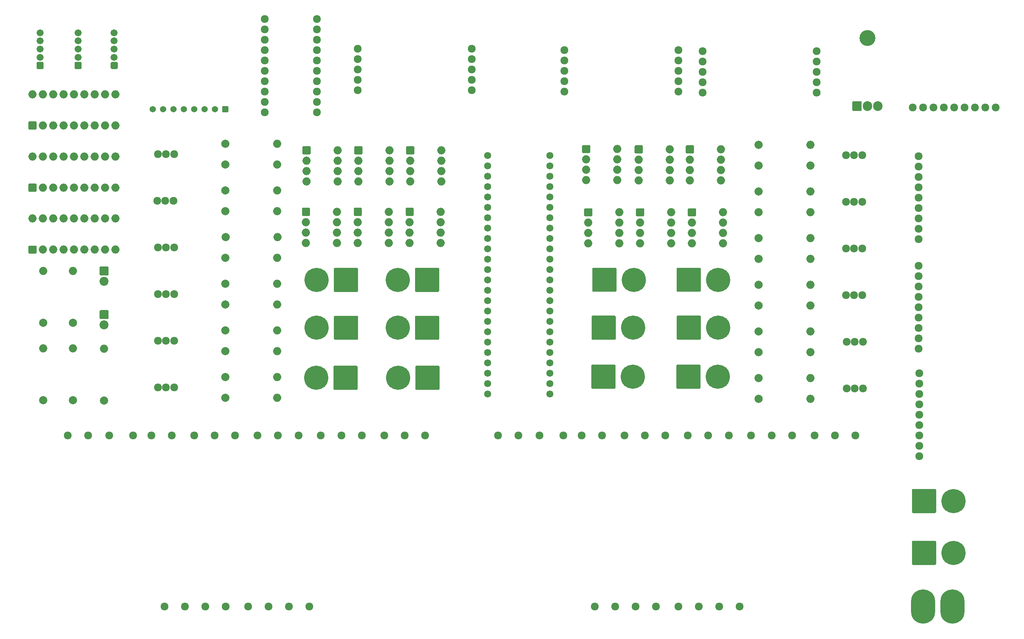
<source format=gbr>
%TF.GenerationSoftware,KiCad,Pcbnew,(5.1.10)-1*%
%TF.CreationDate,2021-12-21T23:50:08-05:00*%
%TF.ProjectId,CaelusPCB,4361656c-7573-4504-9342-2e6b69636164,rev?*%
%TF.SameCoordinates,Original*%
%TF.FileFunction,Soldermask,Top*%
%TF.FilePolarity,Negative*%
%FSLAX46Y46*%
G04 Gerber Fmt 4.6, Leading zero omitted, Abs format (unit mm)*
G04 Created by KiCad (PCBNEW (5.1.10)-1) date 2021-12-21 23:50:08*
%MOMM*%
%LPD*%
G01*
G04 APERTURE LIST*
%ADD10O,2.000000X2.000000*%
%ADD11C,1.924000*%
%ADD12C,2.000000*%
%ADD13C,1.720800*%
%ADD14C,1.543000*%
%ADD15O,5.899999X8.399999*%
%ADD16C,2.200000*%
%ADD17C,1.708000*%
%ADD18C,5.916000*%
%ADD19O,3.900000X3.900000*%
%ADD20O,2.305000X2.400000*%
G04 APERTURE END LIST*
D10*
%TO.C,U50*%
X57404000Y-118331000D03*
X77724000Y-125951000D03*
X59944000Y-118331000D03*
X75184000Y-125951000D03*
X62484000Y-118331000D03*
X72644000Y-125951000D03*
X65024000Y-118331000D03*
X70104000Y-125951000D03*
X67564000Y-118331000D03*
X67564000Y-125951000D03*
X70104000Y-118331000D03*
X65024000Y-125951000D03*
X72644000Y-118331000D03*
X62484000Y-125951000D03*
X75184000Y-118331000D03*
X59944000Y-125951000D03*
X77724000Y-118331000D03*
G36*
G01*
X58204000Y-126951000D02*
X56604000Y-126951000D01*
G75*
G02*
X56404000Y-126751000I0J200000D01*
G01*
X56404000Y-125151000D01*
G75*
G02*
X56604000Y-124951000I200000J0D01*
G01*
X58204000Y-124951000D01*
G75*
G02*
X58404000Y-125151000I0J-200000D01*
G01*
X58404000Y-126751000D01*
G75*
G02*
X58204000Y-126951000I-200000J0D01*
G01*
G37*
%TD*%
D11*
%TO.C,U4*%
X258950000Y-201930000D03*
X225625000Y-243840000D03*
X220625000Y-243840000D03*
X210125000Y-243840000D03*
X215625000Y-243840000D03*
X230625000Y-243840000D03*
X195125000Y-243840000D03*
X200125000Y-243840000D03*
X205125000Y-243840000D03*
X212450000Y-201930000D03*
X217950000Y-201930000D03*
X222950000Y-201930000D03*
X227950000Y-201930000D03*
X233450000Y-201930000D03*
X238450000Y-201930000D03*
X243450000Y-201930000D03*
X248950000Y-201930000D03*
X253950000Y-201930000D03*
X207450000Y-201930000D03*
X202450000Y-201930000D03*
X196950000Y-201930000D03*
X191950000Y-201930000D03*
X187450000Y-201930000D03*
X181610000Y-201930000D03*
X176450000Y-201930000D03*
X171450000Y-201930000D03*
%TD*%
%TO.C,J27*%
X92090000Y-190130000D03*
X90090000Y-190130000D03*
X88090000Y-190130000D03*
%TD*%
%TO.C,J26*%
X92090000Y-178700000D03*
X90090000Y-178700000D03*
X88090000Y-178700000D03*
%TD*%
%TO.C,J25*%
X92090000Y-167270000D03*
X90090000Y-167270000D03*
X88090000Y-167270000D03*
%TD*%
%TO.C,J24*%
X92090000Y-155840000D03*
X90090000Y-155840000D03*
X88090000Y-155840000D03*
%TD*%
%TO.C,J23*%
X91940000Y-144410000D03*
X89940000Y-144410000D03*
X87940000Y-144410000D03*
%TD*%
%TO.C,J22*%
X92090000Y-132980000D03*
X90090000Y-132980000D03*
X88090000Y-132980000D03*
%TD*%
%TO.C,J21*%
X260827000Y-190400000D03*
X258827000Y-190400000D03*
X256827000Y-190400000D03*
%TD*%
%TO.C,J20*%
X260827000Y-178970000D03*
X258827000Y-178970000D03*
X256827000Y-178970000D03*
%TD*%
%TO.C,J19*%
X260677000Y-167540000D03*
X258677000Y-167540000D03*
X256677000Y-167540000D03*
%TD*%
%TO.C,J18*%
X260677000Y-156110000D03*
X258677000Y-156110000D03*
X256677000Y-156110000D03*
%TD*%
%TO.C,J17*%
X260677000Y-144680000D03*
X258677000Y-144680000D03*
X256677000Y-144680000D03*
%TD*%
%TO.C,J16*%
X260677000Y-133250000D03*
X258677000Y-133250000D03*
X256677000Y-133250000D03*
%TD*%
%TO.C,U34*%
G36*
G01*
X58204000Y-142191000D02*
X56604000Y-142191000D01*
G75*
G02*
X56404000Y-141991000I0J200000D01*
G01*
X56404000Y-140391000D01*
G75*
G02*
X56604000Y-140191000I200000J0D01*
G01*
X58204000Y-140191000D01*
G75*
G02*
X58404000Y-140391000I0J-200000D01*
G01*
X58404000Y-141991000D01*
G75*
G02*
X58204000Y-142191000I-200000J0D01*
G01*
G37*
D10*
X77724000Y-133571000D03*
X59944000Y-141191000D03*
X75184000Y-133571000D03*
X62484000Y-141191000D03*
X72644000Y-133571000D03*
X65024000Y-141191000D03*
X70104000Y-133571000D03*
X67564000Y-141191000D03*
X67564000Y-133571000D03*
X70104000Y-141191000D03*
X65024000Y-133571000D03*
X72644000Y-141191000D03*
X62484000Y-133571000D03*
X75184000Y-141191000D03*
X59944000Y-133571000D03*
X77724000Y-141191000D03*
X57404000Y-133571000D03*
%TD*%
D12*
%TO.C,R1*%
X59995001Y-193304999D03*
D10*
X59995001Y-180604999D03*
%TD*%
D13*
%TO.C,U23*%
X168910000Y-191770000D03*
X168910000Y-189230000D03*
X168910000Y-186690000D03*
X168910000Y-184150000D03*
X168910000Y-181610000D03*
X168910000Y-179070000D03*
X168910000Y-176530000D03*
X168910000Y-173990000D03*
X168910000Y-171450000D03*
X168910000Y-168910000D03*
X168910000Y-166370000D03*
X168910000Y-163830000D03*
X168910000Y-161290000D03*
X168910000Y-158750000D03*
X168910000Y-156210000D03*
X168910000Y-153670000D03*
X168910000Y-151130000D03*
X168910000Y-148590000D03*
X168910000Y-146050000D03*
X168910000Y-143510000D03*
X168910000Y-140970000D03*
X168910000Y-138430000D03*
X168910000Y-135890000D03*
X168910000Y-133350000D03*
X184150000Y-191770000D03*
X184150000Y-189230000D03*
X184150000Y-186690000D03*
X184150000Y-184150000D03*
X184150000Y-181610000D03*
X184150000Y-179070000D03*
X184150000Y-176530000D03*
X184150000Y-173990000D03*
X184150000Y-171450000D03*
X184150000Y-168910000D03*
X184150000Y-166370000D03*
X184150000Y-163830000D03*
X184150000Y-161290000D03*
X184150000Y-158750000D03*
X184150000Y-156210000D03*
X184150000Y-153670000D03*
X184150000Y-151130000D03*
X184150000Y-148590000D03*
X184150000Y-146050000D03*
X184150000Y-143510000D03*
X184150000Y-140970000D03*
X184150000Y-138430000D03*
X184150000Y-135890000D03*
X184150000Y-133350000D03*
%TD*%
%TO.C,Ayo1*%
G36*
G01*
X103837700Y-122534300D02*
X103837700Y-121391300D01*
G75*
G02*
X104037700Y-121191300I200000J0D01*
G01*
X105180700Y-121191300D01*
G75*
G02*
X105380700Y-121391300I0J-200000D01*
G01*
X105380700Y-122534300D01*
G75*
G02*
X105180700Y-122734300I-200000J0D01*
G01*
X104037700Y-122734300D01*
G75*
G02*
X103837700Y-122534300I0J200000D01*
G01*
G37*
D14*
X102069200Y-121962800D03*
X99529200Y-121962800D03*
X96989200Y-121962800D03*
X94449200Y-121962800D03*
X91909200Y-121962800D03*
X89369200Y-121962800D03*
X86829200Y-121962800D03*
%TD*%
D15*
%TO.C,BT1*%
X282790000Y-243840000D03*
X275590000Y-243840000D03*
%TD*%
%TO.C,D1*%
G36*
G01*
X74054999Y-171204999D02*
X75854999Y-171204999D01*
G75*
G02*
X76054999Y-171404999I0J-200000D01*
G01*
X76054999Y-173204999D01*
G75*
G02*
X75854999Y-173404999I-200000J0D01*
G01*
X74054999Y-173404999D01*
G75*
G02*
X73854999Y-173204999I0J200000D01*
G01*
X73854999Y-171404999D01*
G75*
G02*
X74054999Y-171204999I200000J0D01*
G01*
G37*
D16*
X74954999Y-174844999D03*
%TD*%
%TO.C,D2*%
X74954999Y-164150000D03*
G36*
G01*
X74054999Y-160510000D02*
X75854999Y-160510000D01*
G75*
G02*
X76054999Y-160710000I0J-200000D01*
G01*
X76054999Y-162510000D01*
G75*
G02*
X75854999Y-162710000I-200000J0D01*
G01*
X74054999Y-162710000D01*
G75*
G02*
X73854999Y-162510000I0J200000D01*
G01*
X73854999Y-160710000D01*
G75*
G02*
X74054999Y-160510000I200000J0D01*
G01*
G37*
%TD*%
D17*
%TO.C,J1*%
X68580000Y-103234000D03*
X68580000Y-105240000D03*
X68580000Y-107247000D03*
X68580000Y-109254000D03*
G36*
G01*
X67926000Y-110406000D02*
X69234000Y-110406000D01*
G75*
G02*
X69434000Y-110606000I0J-200000D01*
G01*
X69434000Y-111914000D01*
G75*
G02*
X69234000Y-112114000I-200000J0D01*
G01*
X67926000Y-112114000D01*
G75*
G02*
X67726000Y-111914000I0J200000D01*
G01*
X67726000Y-110606000D01*
G75*
G02*
X67926000Y-110406000I200000J0D01*
G01*
G37*
%TD*%
%TO.C,J2*%
X77406500Y-103238500D03*
X77406500Y-105244500D03*
X77406500Y-107251500D03*
X77406500Y-109258500D03*
G36*
G01*
X76752500Y-110410500D02*
X78060500Y-110410500D01*
G75*
G02*
X78260500Y-110610500I0J-200000D01*
G01*
X78260500Y-111918500D01*
G75*
G02*
X78060500Y-112118500I-200000J0D01*
G01*
X76752500Y-112118500D01*
G75*
G02*
X76552500Y-111918500I0J200000D01*
G01*
X76552500Y-110610500D01*
G75*
G02*
X76752500Y-110410500I200000J0D01*
G01*
G37*
%TD*%
%TO.C,J3*%
G36*
G01*
X58591500Y-110410500D02*
X59899500Y-110410500D01*
G75*
G02*
X60099500Y-110610500I0J-200000D01*
G01*
X60099500Y-111918500D01*
G75*
G02*
X59899500Y-112118500I-200000J0D01*
G01*
X58591500Y-112118500D01*
G75*
G02*
X58391500Y-111918500I0J200000D01*
G01*
X58391500Y-110610500D01*
G75*
G02*
X58591500Y-110410500I200000J0D01*
G01*
G37*
X59245500Y-109258500D03*
X59245500Y-107251500D03*
X59245500Y-105244500D03*
X59245500Y-103238500D03*
%TD*%
D18*
%TO.C,J4*%
X126988000Y-175524500D03*
G36*
G01*
X137146000Y-172766500D02*
X137146000Y-178282500D01*
G75*
G02*
X136946000Y-178482500I-200000J0D01*
G01*
X131430000Y-178482500D01*
G75*
G02*
X131230000Y-178282500I0J200000D01*
G01*
X131230000Y-172766500D01*
G75*
G02*
X131430000Y-172566500I200000J0D01*
G01*
X136946000Y-172566500D01*
G75*
G02*
X137146000Y-172766500I0J-200000D01*
G01*
G37*
%TD*%
%TO.C,J5*%
G36*
G01*
X137019000Y-185022000D02*
X137019000Y-190538000D01*
G75*
G02*
X136819000Y-190738000I-200000J0D01*
G01*
X131303000Y-190738000D01*
G75*
G02*
X131103000Y-190538000I0J200000D01*
G01*
X131103000Y-185022000D01*
G75*
G02*
X131303000Y-184822000I200000J0D01*
G01*
X136819000Y-184822000D01*
G75*
G02*
X137019000Y-185022000I0J-200000D01*
G01*
G37*
X126861000Y-187780000D03*
%TD*%
%TO.C,J6*%
G36*
G01*
X157006000Y-172766500D02*
X157006000Y-178282500D01*
G75*
G02*
X156806000Y-178482500I-200000J0D01*
G01*
X151290000Y-178482500D01*
G75*
G02*
X151090000Y-178282500I0J200000D01*
G01*
X151090000Y-172766500D01*
G75*
G02*
X151290000Y-172566500I200000J0D01*
G01*
X156806000Y-172566500D01*
G75*
G02*
X157006000Y-172766500I0J-200000D01*
G01*
G37*
X146848000Y-175524500D03*
%TD*%
%TO.C,J7*%
X146931000Y-187780000D03*
G36*
G01*
X157089000Y-185022000D02*
X157089000Y-190538000D01*
G75*
G02*
X156889000Y-190738000I-200000J0D01*
G01*
X151373000Y-190738000D01*
G75*
G02*
X151173000Y-190538000I0J200000D01*
G01*
X151173000Y-185022000D01*
G75*
G02*
X151373000Y-184822000I200000J0D01*
G01*
X156889000Y-184822000D01*
G75*
G02*
X157089000Y-185022000I0J-200000D01*
G01*
G37*
%TD*%
%TO.C,J8*%
G36*
G01*
X157006000Y-161019000D02*
X157006000Y-166535000D01*
G75*
G02*
X156806000Y-166735000I-200000J0D01*
G01*
X151290000Y-166735000D01*
G75*
G02*
X151090000Y-166535000I0J200000D01*
G01*
X151090000Y-161019000D01*
G75*
G02*
X151290000Y-160819000I200000J0D01*
G01*
X156806000Y-160819000D01*
G75*
G02*
X157006000Y-161019000I0J-200000D01*
G01*
G37*
X146848000Y-163777000D03*
%TD*%
%TO.C,J9*%
X225354000Y-163761000D03*
G36*
G01*
X215196000Y-166519000D02*
X215196000Y-161003000D01*
G75*
G02*
X215396000Y-160803000I200000J0D01*
G01*
X220912000Y-160803000D01*
G75*
G02*
X221112000Y-161003000I0J-200000D01*
G01*
X221112000Y-166519000D01*
G75*
G02*
X220912000Y-166719000I-200000J0D01*
G01*
X215396000Y-166719000D01*
G75*
G02*
X215196000Y-166519000I0J200000D01*
G01*
G37*
%TD*%
%TO.C,J10*%
G36*
G01*
X215152000Y-190268000D02*
X215152000Y-184752000D01*
G75*
G02*
X215352000Y-184552000I200000J0D01*
G01*
X220868000Y-184552000D01*
G75*
G02*
X221068000Y-184752000I0J-200000D01*
G01*
X221068000Y-190268000D01*
G75*
G02*
X220868000Y-190468000I-200000J0D01*
G01*
X215352000Y-190468000D01*
G75*
G02*
X215152000Y-190268000I0J200000D01*
G01*
G37*
X225310000Y-187510000D03*
%TD*%
%TO.C,J11*%
X204513500Y-175508500D03*
G36*
G01*
X194355500Y-178266500D02*
X194355500Y-172750500D01*
G75*
G02*
X194555500Y-172550500I200000J0D01*
G01*
X200071500Y-172550500D01*
G75*
G02*
X200271500Y-172750500I0J-200000D01*
G01*
X200271500Y-178266500D01*
G75*
G02*
X200071500Y-178466500I-200000J0D01*
G01*
X194555500Y-178466500D01*
G75*
G02*
X194355500Y-178266500I0J200000D01*
G01*
G37*
%TD*%
%TO.C,J12*%
G36*
G01*
X194292000Y-190268000D02*
X194292000Y-184752000D01*
G75*
G02*
X194492000Y-184552000I200000J0D01*
G01*
X200008000Y-184552000D01*
G75*
G02*
X200208000Y-184752000I0J-200000D01*
G01*
X200208000Y-190268000D01*
G75*
G02*
X200008000Y-190468000I-200000J0D01*
G01*
X194492000Y-190468000D01*
G75*
G02*
X194292000Y-190268000I0J200000D01*
G01*
G37*
X204450000Y-187510000D03*
%TD*%
%TO.C,J13*%
X204704000Y-163761000D03*
G36*
G01*
X194546000Y-166519000D02*
X194546000Y-161003000D01*
G75*
G02*
X194746000Y-160803000I200000J0D01*
G01*
X200262000Y-160803000D01*
G75*
G02*
X200462000Y-161003000I0J-200000D01*
G01*
X200462000Y-166519000D01*
G75*
G02*
X200262000Y-166719000I-200000J0D01*
G01*
X194746000Y-166719000D01*
G75*
G02*
X194546000Y-166519000I0J200000D01*
G01*
G37*
%TD*%
%TO.C,J14*%
G36*
G01*
X137146000Y-161019000D02*
X137146000Y-166535000D01*
G75*
G02*
X136946000Y-166735000I-200000J0D01*
G01*
X131430000Y-166735000D01*
G75*
G02*
X131230000Y-166535000I0J200000D01*
G01*
X131230000Y-161019000D01*
G75*
G02*
X131430000Y-160819000I200000J0D01*
G01*
X136946000Y-160819000D01*
G75*
G02*
X137146000Y-161019000I0J-200000D01*
G01*
G37*
X126988000Y-163777000D03*
%TD*%
%TO.C,J15*%
X225373500Y-175508500D03*
G36*
G01*
X215215500Y-178266500D02*
X215215500Y-172750500D01*
G75*
G02*
X215415500Y-172550500I200000J0D01*
G01*
X220931500Y-172550500D01*
G75*
G02*
X221131500Y-172750500I0J-200000D01*
G01*
X221131500Y-178266500D01*
G75*
G02*
X220931500Y-178466500I-200000J0D01*
G01*
X215415500Y-178466500D01*
G75*
G02*
X215215500Y-178266500I0J200000D01*
G01*
G37*
%TD*%
%TO.C,J28*%
X283000000Y-217960000D03*
G36*
G01*
X272842000Y-220718000D02*
X272842000Y-215202000D01*
G75*
G02*
X273042000Y-215002000I200000J0D01*
G01*
X278558000Y-215002000D01*
G75*
G02*
X278758000Y-215202000I0J-200000D01*
G01*
X278758000Y-220718000D01*
G75*
G02*
X278558000Y-220918000I-200000J0D01*
G01*
X273042000Y-220918000D01*
G75*
G02*
X272842000Y-220718000I0J200000D01*
G01*
G37*
%TD*%
%TO.C,J29*%
G36*
G01*
X272842000Y-233418000D02*
X272842000Y-227902000D01*
G75*
G02*
X273042000Y-227702000I200000J0D01*
G01*
X278558000Y-227702000D01*
G75*
G02*
X278758000Y-227902000I0J-200000D01*
G01*
X278758000Y-233418000D01*
G75*
G02*
X278558000Y-233618000I-200000J0D01*
G01*
X273042000Y-233618000D01*
G75*
G02*
X272842000Y-233418000I0J200000D01*
G01*
G37*
X283000000Y-230660000D03*
%TD*%
D10*
%TO.C,R2*%
X67310000Y-161610000D03*
D12*
X67310000Y-174310000D03*
%TD*%
D10*
%TO.C,R3*%
X74930000Y-180660000D03*
D12*
X74930000Y-193360000D03*
%TD*%
%TO.C,R4*%
X235237000Y-158650000D03*
D10*
X247937000Y-158650000D03*
%TD*%
D12*
%TO.C,R5*%
X235237000Y-170080000D03*
D10*
X247937000Y-170080000D03*
%TD*%
%TO.C,R6*%
X247937000Y-135790000D03*
D12*
X235237000Y-135790000D03*
%TD*%
D10*
%TO.C,R7*%
X247937000Y-147220000D03*
D12*
X235237000Y-147220000D03*
%TD*%
%TO.C,R8*%
X235237000Y-192940000D03*
D10*
X247937000Y-192940000D03*
%TD*%
%TO.C,R9*%
X247937000Y-181510000D03*
D12*
X235237000Y-181510000D03*
%TD*%
%TO.C,R10*%
X67285001Y-193304999D03*
D10*
X67285001Y-180604999D03*
%TD*%
%TO.C,R11*%
X247937000Y-142140000D03*
D12*
X235237000Y-142140000D03*
%TD*%
D10*
%TO.C,R12*%
X247937000Y-153570000D03*
D12*
X235237000Y-153570000D03*
%TD*%
D10*
%TO.C,R13*%
X247937000Y-165000000D03*
D12*
X235237000Y-165000000D03*
%TD*%
D10*
%TO.C,R14*%
X247937000Y-187860000D03*
D12*
X235237000Y-187860000D03*
%TD*%
%TO.C,R15*%
X235237000Y-130710000D03*
D10*
X247937000Y-130710000D03*
%TD*%
D12*
%TO.C,R16*%
X235237000Y-176430000D03*
D10*
X247937000Y-176430000D03*
%TD*%
D12*
%TO.C,R17*%
X59995001Y-174310000D03*
D10*
X59995001Y-161610000D03*
%TD*%
%TO.C,R19*%
X117300000Y-130440000D03*
D12*
X104600000Y-130440000D03*
%TD*%
%TO.C,R20*%
X104600000Y-141870000D03*
D10*
X117300000Y-141870000D03*
%TD*%
%TO.C,R21*%
X117415001Y-153300000D03*
D12*
X104715001Y-153300000D03*
%TD*%
D10*
%TO.C,R22*%
X117300000Y-164730000D03*
D12*
X104600000Y-164730000D03*
%TD*%
D10*
%TO.C,R23*%
X117300000Y-176160000D03*
D12*
X104600000Y-176160000D03*
%TD*%
%TO.C,R24*%
X104600000Y-187590000D03*
D10*
X117300000Y-187590000D03*
%TD*%
D12*
%TO.C,R26*%
X104600000Y-135520000D03*
D10*
X117300000Y-135520000D03*
%TD*%
D12*
%TO.C,R27*%
X104600000Y-146950000D03*
D10*
X117300000Y-146950000D03*
%TD*%
D12*
%TO.C,R28*%
X104600000Y-158380000D03*
D10*
X117300000Y-158380000D03*
%TD*%
D12*
%TO.C,R29*%
X104600000Y-169810000D03*
D10*
X117300000Y-169810000D03*
%TD*%
D12*
%TO.C,R30*%
X104600000Y-181240000D03*
D10*
X117300000Y-181240000D03*
%TD*%
%TO.C,R31*%
X117300000Y-192670000D03*
D12*
X104600000Y-192670000D03*
%TD*%
D11*
%TO.C,U1*%
X293370000Y-121539000D03*
X290830000Y-121539000D03*
X288290000Y-121539000D03*
X285750000Y-121539000D03*
X283210000Y-121539000D03*
X280670000Y-121539000D03*
X278130000Y-121539000D03*
X275590000Y-121539000D03*
X273050000Y-121539000D03*
%TD*%
D19*
%TO.C,U3*%
X261924800Y-104548800D03*
G36*
G01*
X258232300Y-122208800D02*
X258232300Y-120208800D01*
G75*
G02*
X258432300Y-120008800I200000J0D01*
G01*
X260337300Y-120008800D01*
G75*
G02*
X260537300Y-120208800I0J-200000D01*
G01*
X260537300Y-122208800D01*
G75*
G02*
X260337300Y-122408800I-200000J0D01*
G01*
X258432300Y-122408800D01*
G75*
G02*
X258232300Y-122208800I0J200000D01*
G01*
G37*
D20*
X261924800Y-121208800D03*
X264464800Y-121208800D03*
%TD*%
D11*
%TO.C,U15*%
X274510500Y-180657500D03*
X274510500Y-178117500D03*
X274510500Y-175577500D03*
X274510500Y-173037500D03*
X274510500Y-170497500D03*
X274510500Y-167957500D03*
X274510500Y-165417500D03*
X274510500Y-162877500D03*
X274510500Y-160337500D03*
%TD*%
%TO.C,U18*%
X274510500Y-133477000D03*
X274510500Y-136017000D03*
X274510500Y-138557000D03*
X274510500Y-141097000D03*
X274510500Y-143637000D03*
X274510500Y-146177000D03*
X274510500Y-148717000D03*
X274510500Y-151257000D03*
X274510500Y-153797000D03*
%TD*%
%TO.C,U19*%
G36*
G01*
X58209001Y-157375999D02*
X56609001Y-157375999D01*
G75*
G02*
X56409001Y-157175999I0J200000D01*
G01*
X56409001Y-155575999D01*
G75*
G02*
X56609001Y-155375999I200000J0D01*
G01*
X58209001Y-155375999D01*
G75*
G02*
X58409001Y-155575999I0J-200000D01*
G01*
X58409001Y-157175999D01*
G75*
G02*
X58209001Y-157375999I-200000J0D01*
G01*
G37*
D10*
X77729001Y-148755999D03*
X59949001Y-156375999D03*
X75189001Y-148755999D03*
X62489001Y-156375999D03*
X72649001Y-148755999D03*
X65029001Y-156375999D03*
X70109001Y-148755999D03*
X67569001Y-156375999D03*
X67569001Y-148755999D03*
X70109001Y-156375999D03*
X65029001Y-148755999D03*
X72649001Y-156375999D03*
X62489001Y-148755999D03*
X75189001Y-156375999D03*
X59949001Y-148755999D03*
X77729001Y-156375999D03*
X57409001Y-148755999D03*
%TD*%
%TO.C,U20*%
X132143500Y-132047001D03*
X124523500Y-139667001D03*
X132143500Y-134587001D03*
X124523500Y-137127001D03*
X132143500Y-137127001D03*
X124523500Y-134587001D03*
X132143500Y-139667001D03*
G36*
G01*
X123523500Y-132847001D02*
X123523500Y-131247001D01*
G75*
G02*
X123723500Y-131047001I200000J0D01*
G01*
X125323500Y-131047001D01*
G75*
G02*
X125523500Y-131247001I0J-200000D01*
G01*
X125523500Y-132847001D01*
G75*
G02*
X125323500Y-133047001I-200000J0D01*
G01*
X123723500Y-133047001D01*
G75*
G02*
X123523500Y-132847001I0J200000D01*
G01*
G37*
%TD*%
%TO.C,U21*%
X144843500Y-132047001D03*
X137223500Y-139667001D03*
X144843500Y-134587001D03*
X137223500Y-137127001D03*
X144843500Y-137127001D03*
X137223500Y-134587001D03*
X144843500Y-139667001D03*
G36*
G01*
X136223500Y-132847001D02*
X136223500Y-131247001D01*
G75*
G02*
X136423500Y-131047001I200000J0D01*
G01*
X138023500Y-131047001D01*
G75*
G02*
X138223500Y-131247001I0J-200000D01*
G01*
X138223500Y-132847001D01*
G75*
G02*
X138023500Y-133047001I-200000J0D01*
G01*
X136423500Y-133047001D01*
G75*
G02*
X136223500Y-132847001I0J200000D01*
G01*
G37*
%TD*%
%TO.C,U22*%
G36*
G01*
X217440000Y-132608501D02*
X217440000Y-131008501D01*
G75*
G02*
X217640000Y-130808501I200000J0D01*
G01*
X219240000Y-130808501D01*
G75*
G02*
X219440000Y-131008501I0J-200000D01*
G01*
X219440000Y-132608501D01*
G75*
G02*
X219240000Y-132808501I-200000J0D01*
G01*
X217640000Y-132808501D01*
G75*
G02*
X217440000Y-132608501I0J200000D01*
G01*
G37*
X226060000Y-139428501D03*
X218440000Y-134348501D03*
X226060000Y-136888501D03*
X218440000Y-136888501D03*
X226060000Y-134348501D03*
X218440000Y-139428501D03*
X226060000Y-131808501D03*
%TD*%
D11*
%TO.C,U25*%
X164998400Y-114808000D03*
X164998400Y-112268000D03*
X164998400Y-109728000D03*
X165008400Y-107188000D03*
X164998400Y-117348000D03*
X137058400Y-117348000D03*
X137058400Y-114808000D03*
X137058400Y-112268000D03*
X137058400Y-109728000D03*
X137058400Y-107188000D03*
%TD*%
%TO.C,U33*%
X274621000Y-186690000D03*
X274621000Y-189230000D03*
X274621000Y-191770000D03*
X274621000Y-194310000D03*
X274621000Y-196850000D03*
X274621000Y-199390000D03*
X274621000Y-201930000D03*
X274621000Y-204470000D03*
X274621000Y-207010000D03*
%TD*%
%TO.C,U36*%
X187706000Y-107492800D03*
X187706000Y-110032800D03*
X187706000Y-112572800D03*
X187706000Y-115112800D03*
X187706000Y-117652800D03*
X215646000Y-117652800D03*
X215656000Y-107492800D03*
X215646000Y-110032800D03*
X215646000Y-112572800D03*
X215646000Y-115112800D03*
%TD*%
%TO.C,U44*%
G36*
G01*
X148796500Y-147896501D02*
X148796500Y-146296501D01*
G75*
G02*
X148996500Y-146096501I200000J0D01*
G01*
X150596500Y-146096501D01*
G75*
G02*
X150796500Y-146296501I0J-200000D01*
G01*
X150796500Y-147896501D01*
G75*
G02*
X150596500Y-148096501I-200000J0D01*
G01*
X148996500Y-148096501D01*
G75*
G02*
X148796500Y-147896501I0J200000D01*
G01*
G37*
D10*
X157416500Y-154716501D03*
X149796500Y-149636501D03*
X157416500Y-152176501D03*
X149796500Y-152176501D03*
X157416500Y-149636501D03*
X149796500Y-154716501D03*
X157416500Y-147096501D03*
%TD*%
D11*
%TO.C,U46*%
X249529600Y-115366800D03*
X249529600Y-112826800D03*
X249529600Y-110286800D03*
X249539600Y-107746800D03*
X249529600Y-117906800D03*
X221589600Y-117906800D03*
X221589600Y-115366800D03*
X221589600Y-112826800D03*
X221589600Y-110286800D03*
X221589600Y-107746800D03*
%TD*%
D10*
%TO.C,U48*%
X200660000Y-131743500D03*
X193040000Y-139363500D03*
X200660000Y-134283500D03*
X193040000Y-136823500D03*
X200660000Y-136823500D03*
X193040000Y-134283500D03*
X200660000Y-139363500D03*
G36*
G01*
X192040000Y-132543500D02*
X192040000Y-130943500D01*
G75*
G02*
X192240000Y-130743500I200000J0D01*
G01*
X193840000Y-130743500D01*
G75*
G02*
X194040000Y-130943500I0J-200000D01*
G01*
X194040000Y-132543500D01*
G75*
G02*
X193840000Y-132743500I-200000J0D01*
G01*
X192240000Y-132743500D01*
G75*
G02*
X192040000Y-132543500I0J200000D01*
G01*
G37*
%TD*%
%TO.C,U49*%
G36*
G01*
X205248000Y-148037500D02*
X205248000Y-146437500D01*
G75*
G02*
X205448000Y-146237500I200000J0D01*
G01*
X207048000Y-146237500D01*
G75*
G02*
X207248000Y-146437500I0J-200000D01*
G01*
X207248000Y-148037500D01*
G75*
G02*
X207048000Y-148237500I-200000J0D01*
G01*
X205448000Y-148237500D01*
G75*
G02*
X205248000Y-148037500I0J200000D01*
G01*
G37*
X213868000Y-154857500D03*
X206248000Y-149777500D03*
X213868000Y-152317500D03*
X206248000Y-152317500D03*
X213868000Y-149777500D03*
X206248000Y-154857500D03*
X213868000Y-147237500D03*
%TD*%
%TO.C,U51*%
X157543500Y-132047001D03*
X149923500Y-139667001D03*
X157543500Y-134587001D03*
X149923500Y-137127001D03*
X157543500Y-137127001D03*
X149923500Y-134587001D03*
X157543500Y-139667001D03*
G36*
G01*
X148923500Y-132847001D02*
X148923500Y-131247001D01*
G75*
G02*
X149123500Y-131047001I200000J0D01*
G01*
X150723500Y-131047001D01*
G75*
G02*
X150923500Y-131247001I0J-200000D01*
G01*
X150923500Y-132847001D01*
G75*
G02*
X150723500Y-133047001I-200000J0D01*
G01*
X149123500Y-133047001D01*
G75*
G02*
X148923500Y-132847001I0J200000D01*
G01*
G37*
%TD*%
%TO.C,U52*%
X144716500Y-147096501D03*
X137096500Y-154716501D03*
X144716500Y-149636501D03*
X137096500Y-152176501D03*
X144716500Y-152176501D03*
X137096500Y-149636501D03*
X144716500Y-154716501D03*
G36*
G01*
X136096500Y-147896501D02*
X136096500Y-146296501D01*
G75*
G02*
X136296500Y-146096501I200000J0D01*
G01*
X137896500Y-146096501D01*
G75*
G02*
X138096500Y-146296501I0J-200000D01*
G01*
X138096500Y-147896501D01*
G75*
G02*
X137896500Y-148096501I-200000J0D01*
G01*
X136296500Y-148096501D01*
G75*
G02*
X136096500Y-147896501I0J200000D01*
G01*
G37*
%TD*%
%TO.C,U53*%
G36*
G01*
X192548000Y-148037500D02*
X192548000Y-146437500D01*
G75*
G02*
X192748000Y-146237500I200000J0D01*
G01*
X194348000Y-146237500D01*
G75*
G02*
X194548000Y-146437500I0J-200000D01*
G01*
X194548000Y-148037500D01*
G75*
G02*
X194348000Y-148237500I-200000J0D01*
G01*
X192748000Y-148237500D01*
G75*
G02*
X192548000Y-148037500I0J200000D01*
G01*
G37*
X201168000Y-154857500D03*
X193548000Y-149777500D03*
X201168000Y-152317500D03*
X193548000Y-152317500D03*
X201168000Y-149777500D03*
X193548000Y-154857500D03*
X201168000Y-147237500D03*
%TD*%
%TO.C,U54*%
X226568000Y-147237500D03*
X218948000Y-154857500D03*
X226568000Y-149777500D03*
X218948000Y-152317500D03*
X226568000Y-152317500D03*
X218948000Y-149777500D03*
X226568000Y-154857500D03*
G36*
G01*
X217948000Y-148037500D02*
X217948000Y-146437500D01*
G75*
G02*
X218148000Y-146237500I200000J0D01*
G01*
X219748000Y-146237500D01*
G75*
G02*
X219948000Y-146437500I0J-200000D01*
G01*
X219948000Y-148037500D01*
G75*
G02*
X219748000Y-148237500I-200000J0D01*
G01*
X218148000Y-148237500D01*
G75*
G02*
X217948000Y-148037500I0J200000D01*
G01*
G37*
%TD*%
%TO.C,U55*%
G36*
G01*
X204905001Y-132608501D02*
X204905001Y-131008501D01*
G75*
G02*
X205105001Y-130808501I200000J0D01*
G01*
X206705001Y-130808501D01*
G75*
G02*
X206905001Y-131008501I0J-200000D01*
G01*
X206905001Y-132608501D01*
G75*
G02*
X206705001Y-132808501I-200000J0D01*
G01*
X205105001Y-132808501D01*
G75*
G02*
X204905001Y-132608501I0J200000D01*
G01*
G37*
X213525001Y-139428501D03*
X205905001Y-134348501D03*
X213525001Y-136888501D03*
X205905001Y-136888501D03*
X213525001Y-134348501D03*
X205905001Y-139428501D03*
X213525001Y-131808501D03*
%TD*%
D11*
%TO.C,U56*%
X127108420Y-99884820D03*
X127108420Y-102424820D03*
X127108420Y-104964820D03*
X127108420Y-107504820D03*
X127108420Y-110044820D03*
X127108420Y-112584820D03*
X127108420Y-115124820D03*
X127108420Y-117664820D03*
X127108420Y-120204820D03*
X127108420Y-122744820D03*
X114308420Y-122744820D03*
X114308420Y-120204820D03*
X114308420Y-117664820D03*
X114308420Y-115124820D03*
X114308420Y-112584820D03*
X114308420Y-110044820D03*
X114308420Y-107504820D03*
X114308420Y-104964820D03*
X114308420Y-102424820D03*
X114308420Y-99884820D03*
%TD*%
%TO.C,U58*%
G36*
G01*
X123396500Y-147896501D02*
X123396500Y-146296501D01*
G75*
G02*
X123596500Y-146096501I200000J0D01*
G01*
X125196500Y-146096501D01*
G75*
G02*
X125396500Y-146296501I0J-200000D01*
G01*
X125396500Y-147896501D01*
G75*
G02*
X125196500Y-148096501I-200000J0D01*
G01*
X123596500Y-148096501D01*
G75*
G02*
X123396500Y-147896501I0J200000D01*
G01*
G37*
D10*
X132016500Y-154716501D03*
X124396500Y-149636501D03*
X132016500Y-152176501D03*
X124396500Y-152176501D03*
X132016500Y-149636501D03*
X124396500Y-154716501D03*
X132016500Y-147096501D03*
%TD*%
D11*
%TO.C,U2*%
X66040000Y-201930000D03*
X71040000Y-201930000D03*
X76200000Y-201930000D03*
X82040000Y-201930000D03*
X86540000Y-201930000D03*
X91540000Y-201930000D03*
X97040000Y-201930000D03*
X102040000Y-201930000D03*
X148540000Y-201930000D03*
X143540000Y-201930000D03*
X138040000Y-201930000D03*
X133040000Y-201930000D03*
X128040000Y-201930000D03*
X122540000Y-201930000D03*
X117540000Y-201930000D03*
X112540000Y-201930000D03*
X107040000Y-201930000D03*
X99715000Y-243840000D03*
X94715000Y-243840000D03*
X89715000Y-243840000D03*
X125215000Y-243840000D03*
X110215000Y-243840000D03*
X104715000Y-243840000D03*
X115215000Y-243840000D03*
X120215000Y-243840000D03*
X153540000Y-201930000D03*
%TD*%
M02*

</source>
